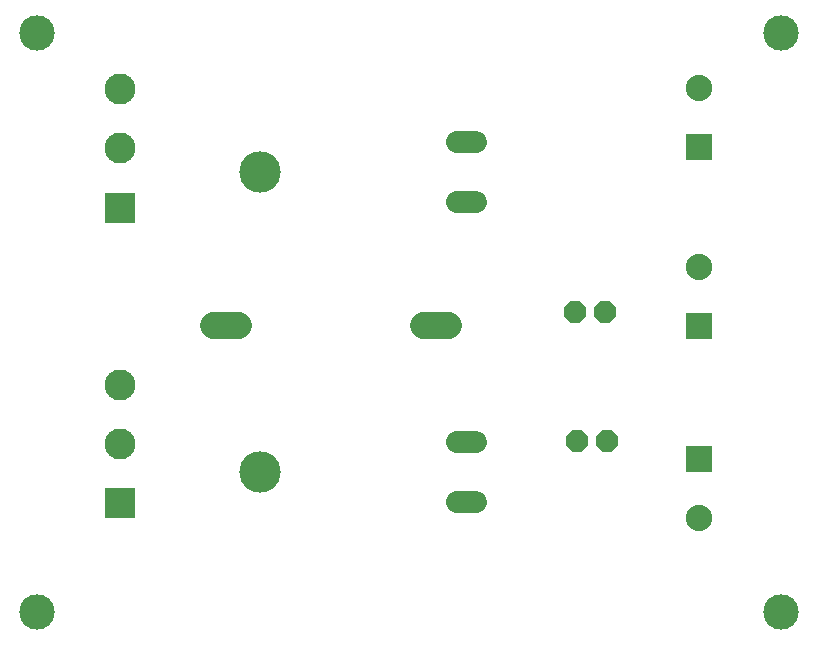
<source format=gbs>
G75*
G70*
%OFA0B0*%
%FSLAX24Y24*%
%IPPOS*%
%LPD*%
%AMOC8*
5,1,8,0,0,1.08239X$1,22.5*
%
%ADD10C,0.1182*%
%ADD11R,0.0880X0.0880*%
%ADD12C,0.0880*%
%ADD13R,0.1030X0.1030*%
%ADD14C,0.1030*%
%ADD15C,0.0740*%
%ADD16C,0.1380*%
%ADD17OC8,0.0740*%
%ADD18C,0.0905*%
D10*
X001440Y001420D03*
X001440Y020711D03*
X026243Y020711D03*
X026243Y001420D03*
D11*
X023487Y006530D03*
X023487Y010951D03*
X023487Y016904D03*
D12*
X023487Y018873D03*
X023487Y012920D03*
X023487Y004562D03*
D13*
X004196Y005054D03*
X004196Y014900D03*
D14*
X004196Y016869D03*
X004196Y018837D03*
X004196Y008991D03*
X004196Y007022D03*
D15*
X015421Y007093D02*
X016081Y007093D01*
X016081Y005093D02*
X015421Y005093D01*
X015421Y015093D02*
X016081Y015093D01*
X016081Y017093D02*
X015421Y017093D01*
D16*
X008851Y016093D03*
X008851Y006093D03*
D17*
X019444Y007113D03*
X020444Y007113D03*
X020365Y011420D03*
X019365Y011420D03*
D18*
X015132Y010995D02*
X014307Y010995D01*
X008132Y010995D02*
X007307Y010995D01*
M02*

</source>
